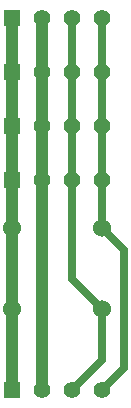
<source format=gtl>
G04 Layer: TopLayer*
G04 EasyEDA v5.9.42, Fri, 15 Feb 2019 19:06:16 GMT*
G04 a659e10112fe4dbd9db106952cacd590*
G04 Gerber Generator version 0.2*
G04 Scale: 100 percent, Rotated: No, Reflected: No *
G04 Dimensions in millimeters *
G04 leading zeros omitted , absolute positions ,3 integer and 3 decimal *
%FSLAX33Y33*%
%MOMM*%
G90*
G71D02*

%ADD11C,0.699999*%
%ADD12C,0.999998*%
%ADD13C,1.524000*%
%ADD14R,1.414780X1.414780*%
%ADD15C,1.414780*%

%LPD*%
G54D11*
G01X8128Y22473D02*
G01X8128Y14091D01*
G01X10668Y11551D01*
G01X8128Y27045D02*
G01X8128Y22473D01*
G01X8128Y31617D02*
G01X8128Y36189D01*
G01X8128Y27045D02*
G01X8128Y31617D01*
G01X8128Y4693D02*
G01X10668Y7233D01*
G01X10668Y11551D01*
G01X10668Y36189D02*
G01X10668Y31617D01*
G01X10668Y31617D02*
G01X10668Y27045D01*
G01X10668Y27045D02*
G01X10668Y22473D01*
G01X10668Y22473D02*
G01X10668Y18409D01*
G01X10668Y4693D02*
G01X12499Y6525D01*
G01X12499Y16578D01*
G01X10668Y18409D01*
G54D12*
G01X5588Y31617D02*
G01X5588Y36189D01*
G01X5588Y27045D02*
G01X5588Y31617D01*
G01X5588Y22473D02*
G01X5588Y27045D01*
G01X5588Y4693D02*
G01X5588Y22473D01*
G01X3048Y18409D02*
G01X3048Y11551D01*
G01X3050Y20264D02*
G01X3048Y20264D01*
G01X3048Y18409D01*
G01X3050Y36187D02*
G01X3050Y31615D01*
G01X3050Y31615D02*
G01X3050Y27043D01*
G01X3050Y27043D02*
G01X3050Y22471D01*
G01X3050Y22471D02*
G01X3050Y20264D01*
G01X3050Y4691D02*
G01X3050Y6901D01*
G01X3050Y6901D02*
G01X3048Y6901D01*
G01X3048Y11551D01*
G54D13*
G01X10668Y11551D03*
G01X3048Y11551D03*
G01X10668Y18409D03*
G01X3048Y18409D03*
G54D14*
G01X3049Y36188D03*
G54D15*
G01X5588Y36189D03*
G01X8128Y36189D03*
G01X10668Y36189D03*
G54D14*
G01X3049Y31616D03*
G54D15*
G01X5588Y31617D03*
G01X8128Y31617D03*
G01X10668Y31617D03*
G54D14*
G01X3049Y27044D03*
G54D15*
G01X5588Y27045D03*
G01X8128Y27045D03*
G01X10668Y27045D03*
G54D14*
G01X3049Y22472D03*
G54D15*
G01X5588Y22473D03*
G01X8128Y22473D03*
G01X10668Y22473D03*
G54D14*
G01X3049Y4692D03*
G54D15*
G01X5588Y4693D03*
G01X8128Y4693D03*
G01X10668Y4693D03*
M00*
M02*

</source>
